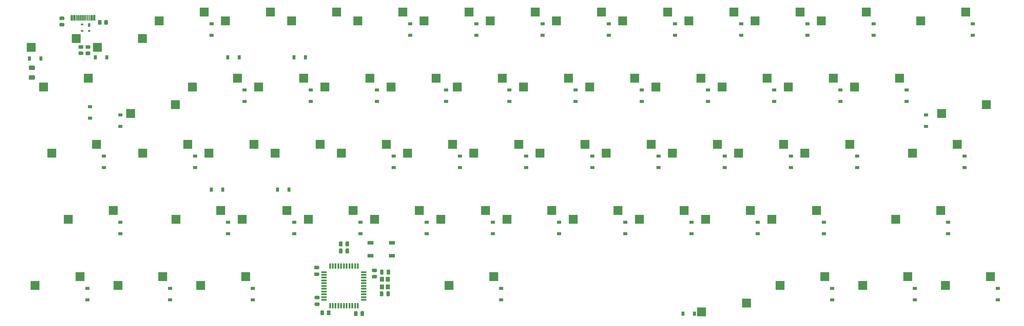
<source format=gbr>
%TF.GenerationSoftware,KiCad,Pcbnew,(5.1.10)-1*%
%TF.CreationDate,2021-08-14T15:29:17+09:00*%
%TF.ProjectId,pcb,7063622e-6b69-4636-9164-5f7063625858,rev?*%
%TF.SameCoordinates,Original*%
%TF.FileFunction,Paste,Bot*%
%TF.FilePolarity,Positive*%
%FSLAX46Y46*%
G04 Gerber Fmt 4.6, Leading zero omitted, Abs format (unit mm)*
G04 Created by KiCad (PCBNEW (5.1.10)-1) date 2021-08-14 15:29:17*
%MOMM*%
%LPD*%
G01*
G04 APERTURE LIST*
%ADD10R,1.200000X1.400000*%
%ADD11R,1.500000X0.550000*%
%ADD12R,0.550000X1.500000*%
%ADD13R,0.700000X1.000000*%
%ADD14R,0.700000X0.600000*%
%ADD15R,1.800000X1.100000*%
%ADD16R,2.550000X2.500000*%
%ADD17R,1.200000X0.900000*%
%ADD18R,0.900000X1.200000*%
G04 APERTURE END LIST*
D10*
%TO.C,Y1*%
X130104250Y-107399000D03*
X130104250Y-105199000D03*
X128404250Y-105199000D03*
X128404250Y-107399000D03*
%TD*%
%TO.C,USB1*%
G36*
G01*
X45293000Y-30645000D02*
X45293000Y-29195000D01*
G75*
G02*
X45343000Y-29145000I50000J0D01*
G01*
X45943000Y-29145000D01*
G75*
G02*
X45993000Y-29195000I0J-50000D01*
G01*
X45993000Y-30645000D01*
G75*
G02*
X45943000Y-30695000I-50000J0D01*
G01*
X45343000Y-30695000D01*
G75*
G02*
X45293000Y-30645000I0J50000D01*
G01*
G37*
G36*
G01*
X38843000Y-30645000D02*
X38843000Y-29195000D01*
G75*
G02*
X38893000Y-29145000I50000J0D01*
G01*
X39493000Y-29145000D01*
G75*
G02*
X39543000Y-29195000I0J-50000D01*
G01*
X39543000Y-30645000D01*
G75*
G02*
X39493000Y-30695000I-50000J0D01*
G01*
X38893000Y-30695000D01*
G75*
G02*
X38843000Y-30645000I0J50000D01*
G01*
G37*
G36*
G01*
X44518000Y-30645000D02*
X44518000Y-29195000D01*
G75*
G02*
X44568000Y-29145000I50000J0D01*
G01*
X45168000Y-29145000D01*
G75*
G02*
X45218000Y-29195000I0J-50000D01*
G01*
X45218000Y-30645000D01*
G75*
G02*
X45168000Y-30695000I-50000J0D01*
G01*
X44568000Y-30695000D01*
G75*
G02*
X44518000Y-30645000I0J50000D01*
G01*
G37*
G36*
G01*
X39618000Y-30645000D02*
X39618000Y-29195000D01*
G75*
G02*
X39668000Y-29145000I50000J0D01*
G01*
X40268000Y-29145000D01*
G75*
G02*
X40318000Y-29195000I0J-50000D01*
G01*
X40318000Y-30645000D01*
G75*
G02*
X40268000Y-30695000I-50000J0D01*
G01*
X39668000Y-30695000D01*
G75*
G02*
X39618000Y-30645000I0J50000D01*
G01*
G37*
G36*
G01*
X40468000Y-30645000D02*
X40468000Y-29195000D01*
G75*
G02*
X40518000Y-29145000I50000J0D01*
G01*
X40818000Y-29145000D01*
G75*
G02*
X40868000Y-29195000I0J-50000D01*
G01*
X40868000Y-30645000D01*
G75*
G02*
X40818000Y-30695000I-50000J0D01*
G01*
X40518000Y-30695000D01*
G75*
G02*
X40468000Y-30645000I0J50000D01*
G01*
G37*
G36*
G01*
X43968000Y-30645000D02*
X43968000Y-29195000D01*
G75*
G02*
X44018000Y-29145000I50000J0D01*
G01*
X44318000Y-29145000D01*
G75*
G02*
X44368000Y-29195000I0J-50000D01*
G01*
X44368000Y-30645000D01*
G75*
G02*
X44318000Y-30695000I-50000J0D01*
G01*
X44018000Y-30695000D01*
G75*
G02*
X43968000Y-30645000I0J50000D01*
G01*
G37*
G36*
G01*
X40968000Y-30645000D02*
X40968000Y-29195000D01*
G75*
G02*
X41018000Y-29145000I50000J0D01*
G01*
X41318000Y-29145000D01*
G75*
G02*
X41368000Y-29195000I0J-50000D01*
G01*
X41368000Y-30645000D01*
G75*
G02*
X41318000Y-30695000I-50000J0D01*
G01*
X41018000Y-30695000D01*
G75*
G02*
X40968000Y-30645000I0J50000D01*
G01*
G37*
G36*
G01*
X43468000Y-30645000D02*
X43468000Y-29195000D01*
G75*
G02*
X43518000Y-29145000I50000J0D01*
G01*
X43818000Y-29145000D01*
G75*
G02*
X43868000Y-29195000I0J-50000D01*
G01*
X43868000Y-30645000D01*
G75*
G02*
X43818000Y-30695000I-50000J0D01*
G01*
X43518000Y-30695000D01*
G75*
G02*
X43468000Y-30645000I0J50000D01*
G01*
G37*
G36*
G01*
X41468000Y-30645000D02*
X41468000Y-29195000D01*
G75*
G02*
X41518000Y-29145000I50000J0D01*
G01*
X41818000Y-29145000D01*
G75*
G02*
X41868000Y-29195000I0J-50000D01*
G01*
X41868000Y-30645000D01*
G75*
G02*
X41818000Y-30695000I-50000J0D01*
G01*
X41518000Y-30695000D01*
G75*
G02*
X41468000Y-30645000I0J50000D01*
G01*
G37*
G36*
G01*
X42968000Y-30645000D02*
X42968000Y-29195000D01*
G75*
G02*
X43018000Y-29145000I50000J0D01*
G01*
X43318000Y-29145000D01*
G75*
G02*
X43368000Y-29195000I0J-50000D01*
G01*
X43368000Y-30645000D01*
G75*
G02*
X43318000Y-30695000I-50000J0D01*
G01*
X43018000Y-30695000D01*
G75*
G02*
X42968000Y-30645000I0J50000D01*
G01*
G37*
G36*
G01*
X42468000Y-30645000D02*
X42468000Y-29195000D01*
G75*
G02*
X42518000Y-29145000I50000J0D01*
G01*
X42818000Y-29145000D01*
G75*
G02*
X42868000Y-29195000I0J-50000D01*
G01*
X42868000Y-30645000D01*
G75*
G02*
X42818000Y-30695000I-50000J0D01*
G01*
X42518000Y-30695000D01*
G75*
G02*
X42468000Y-30645000I0J50000D01*
G01*
G37*
G36*
G01*
X41968000Y-30645000D02*
X41968000Y-29195000D01*
G75*
G02*
X42018000Y-29145000I50000J0D01*
G01*
X42318000Y-29145000D01*
G75*
G02*
X42368000Y-29195000I0J-50000D01*
G01*
X42368000Y-30645000D01*
G75*
G02*
X42318000Y-30695000I-50000J0D01*
G01*
X42018000Y-30695000D01*
G75*
G02*
X41968000Y-30645000I0J50000D01*
G01*
G37*
%TD*%
D11*
%TO.C,U2*%
X111775000Y-103156250D03*
X111775000Y-103956250D03*
X111775000Y-104756250D03*
X111775000Y-105556250D03*
X111775000Y-106356250D03*
X111775000Y-107156250D03*
X111775000Y-107956250D03*
X111775000Y-108756250D03*
X111775000Y-109556250D03*
X111775000Y-110356250D03*
X111775000Y-111156250D03*
D12*
X113475000Y-112856250D03*
X114275000Y-112856250D03*
X115075000Y-112856250D03*
X115875000Y-112856250D03*
X116675000Y-112856250D03*
X117475000Y-112856250D03*
X118275000Y-112856250D03*
X119075000Y-112856250D03*
X119875000Y-112856250D03*
X120675000Y-112856250D03*
X121475000Y-112856250D03*
D11*
X123175000Y-111156250D03*
X123175000Y-110356250D03*
X123175000Y-109556250D03*
X123175000Y-108756250D03*
X123175000Y-107956250D03*
X123175000Y-107156250D03*
X123175000Y-106356250D03*
X123175000Y-105556250D03*
X123175000Y-104756250D03*
X123175000Y-103956250D03*
X123175000Y-103156250D03*
D12*
X121475000Y-101456250D03*
X120675000Y-101456250D03*
X119875000Y-101456250D03*
X119075000Y-101456250D03*
X118275000Y-101456250D03*
X117475000Y-101456250D03*
X116675000Y-101456250D03*
X115875000Y-101456250D03*
X115075000Y-101456250D03*
X114275000Y-101456250D03*
X113475000Y-101456250D03*
%TD*%
D13*
%TO.C,U1*%
X44164000Y-32013500D03*
D14*
X42164000Y-31813500D03*
X44164000Y-33713500D03*
X42164000Y-33713500D03*
%TD*%
D15*
%TO.C,SW1*%
X125074750Y-94733500D03*
X131274750Y-98433500D03*
X125074750Y-98433500D03*
X131274750Y-94733500D03*
%TD*%
%TO.C,R6*%
G36*
G01*
X112572750Y-115321502D02*
X112572750Y-114421498D01*
G75*
G02*
X112822748Y-114171500I249998J0D01*
G01*
X113347752Y-114171500D01*
G75*
G02*
X113597750Y-114421498I0J-249998D01*
G01*
X113597750Y-115321502D01*
G75*
G02*
X113347752Y-115571500I-249998J0D01*
G01*
X112822748Y-115571500D01*
G75*
G02*
X112572750Y-115321502I0J249998D01*
G01*
G37*
G36*
G01*
X110747750Y-115321502D02*
X110747750Y-114421498D01*
G75*
G02*
X110997748Y-114171500I249998J0D01*
G01*
X111522752Y-114171500D01*
G75*
G02*
X111772750Y-114421498I0J-249998D01*
G01*
X111772750Y-115321502D01*
G75*
G02*
X111522752Y-115571500I-249998J0D01*
G01*
X110997748Y-115571500D01*
G75*
G02*
X110747750Y-115321502I0J249998D01*
G01*
G37*
%TD*%
%TO.C,R5*%
G36*
G01*
X126719752Y-103168500D02*
X125819748Y-103168500D01*
G75*
G02*
X125569750Y-102918502I0J249998D01*
G01*
X125569750Y-102393498D01*
G75*
G02*
X125819748Y-102143500I249998J0D01*
G01*
X126719752Y-102143500D01*
G75*
G02*
X126969750Y-102393498I0J-249998D01*
G01*
X126969750Y-102918502D01*
G75*
G02*
X126719752Y-103168500I-249998J0D01*
G01*
G37*
G36*
G01*
X126719752Y-104993500D02*
X125819748Y-104993500D01*
G75*
G02*
X125569750Y-104743502I0J249998D01*
G01*
X125569750Y-104218498D01*
G75*
G02*
X125819748Y-103968500I249998J0D01*
G01*
X126719752Y-103968500D01*
G75*
G02*
X126969750Y-104218498I0J-249998D01*
G01*
X126969750Y-104743502D01*
G75*
G02*
X126719752Y-104993500I-249998J0D01*
G01*
G37*
%TD*%
%TO.C,R4*%
G36*
G01*
X44265002Y-38843000D02*
X43364998Y-38843000D01*
G75*
G02*
X43115000Y-38593002I0J249998D01*
G01*
X43115000Y-38067998D01*
G75*
G02*
X43364998Y-37818000I249998J0D01*
G01*
X44265002Y-37818000D01*
G75*
G02*
X44515000Y-38067998I0J-249998D01*
G01*
X44515000Y-38593002D01*
G75*
G02*
X44265002Y-38843000I-249998J0D01*
G01*
G37*
G36*
G01*
X44265002Y-40668000D02*
X43364998Y-40668000D01*
G75*
G02*
X43115000Y-40418002I0J249998D01*
G01*
X43115000Y-39892998D01*
G75*
G02*
X43364998Y-39643000I249998J0D01*
G01*
X44265002Y-39643000D01*
G75*
G02*
X44515000Y-39892998I0J-249998D01*
G01*
X44515000Y-40418002D01*
G75*
G02*
X44265002Y-40668000I-249998J0D01*
G01*
G37*
%TD*%
%TO.C,R3*%
G36*
G01*
X42233002Y-38819500D02*
X41332998Y-38819500D01*
G75*
G02*
X41083000Y-38569502I0J249998D01*
G01*
X41083000Y-38044498D01*
G75*
G02*
X41332998Y-37794500I249998J0D01*
G01*
X42233002Y-37794500D01*
G75*
G02*
X42483000Y-38044498I0J-249998D01*
G01*
X42483000Y-38569502D01*
G75*
G02*
X42233002Y-38819500I-249998J0D01*
G01*
G37*
G36*
G01*
X42233002Y-40644500D02*
X41332998Y-40644500D01*
G75*
G02*
X41083000Y-40394502I0J249998D01*
G01*
X41083000Y-39869498D01*
G75*
G02*
X41332998Y-39619500I249998J0D01*
G01*
X42233002Y-39619500D01*
G75*
G02*
X42483000Y-39869498I0J-249998D01*
G01*
X42483000Y-40394502D01*
G75*
G02*
X42233002Y-40644500I-249998J0D01*
G01*
G37*
%TD*%
%TO.C,R2*%
G36*
G01*
X47733000Y-30791998D02*
X47733000Y-31692002D01*
G75*
G02*
X47483002Y-31942000I-249998J0D01*
G01*
X46957998Y-31942000D01*
G75*
G02*
X46708000Y-31692002I0J249998D01*
G01*
X46708000Y-30791998D01*
G75*
G02*
X46957998Y-30542000I249998J0D01*
G01*
X47483002Y-30542000D01*
G75*
G02*
X47733000Y-30791998I0J-249998D01*
G01*
G37*
G36*
G01*
X49558000Y-30791998D02*
X49558000Y-31692002D01*
G75*
G02*
X49308002Y-31942000I-249998J0D01*
G01*
X48782998Y-31942000D01*
G75*
G02*
X48533000Y-31692002I0J249998D01*
G01*
X48533000Y-30791998D01*
G75*
G02*
X48782998Y-30542000I249998J0D01*
G01*
X49308002Y-30542000D01*
G75*
G02*
X49558000Y-30791998I0J-249998D01*
G01*
G37*
%TD*%
%TO.C,R1*%
G36*
G01*
X35871998Y-31388000D02*
X36772002Y-31388000D01*
G75*
G02*
X37022000Y-31637998I0J-249998D01*
G01*
X37022000Y-32163002D01*
G75*
G02*
X36772002Y-32413000I-249998J0D01*
G01*
X35871998Y-32413000D01*
G75*
G02*
X35622000Y-32163002I0J249998D01*
G01*
X35622000Y-31637998D01*
G75*
G02*
X35871998Y-31388000I249998J0D01*
G01*
G37*
G36*
G01*
X35871998Y-29563000D02*
X36772002Y-29563000D01*
G75*
G02*
X37022000Y-29812998I0J-249998D01*
G01*
X37022000Y-30338002D01*
G75*
G02*
X36772002Y-30588000I-249998J0D01*
G01*
X35871998Y-30588000D01*
G75*
G02*
X35622000Y-30338002I0J249998D01*
G01*
X35622000Y-29812998D01*
G75*
G02*
X35871998Y-29563000I249998J0D01*
G01*
G37*
%TD*%
D16*
%TO.C,MX61*%
X303498250Y-104457500D03*
X290571250Y-106997500D03*
%TD*%
%TO.C,MX60*%
X289210750Y-85407500D03*
X276283750Y-87947500D03*
%TD*%
%TO.C,MX59*%
X293973250Y-66357500D03*
X281046250Y-68897500D03*
%TD*%
%TO.C,MX58*%
X289433000Y-57467500D03*
X302360000Y-54927500D03*
%TD*%
%TO.C,MX57*%
X296354500Y-28257500D03*
X283427500Y-30797500D03*
%TD*%
%TO.C,MX56*%
X279685750Y-104457500D03*
X266758750Y-106997500D03*
%TD*%
%TO.C,MX55*%
X277304500Y-47307500D03*
X264377500Y-49847500D03*
%TD*%
%TO.C,MX54*%
X267779500Y-28257500D03*
X254852500Y-30797500D03*
%TD*%
%TO.C,MX53*%
X255873250Y-104457500D03*
X242946250Y-106997500D03*
%TD*%
%TO.C,MX52*%
X253492000Y-85407500D03*
X240565000Y-87947500D03*
%TD*%
%TO.C,MX51*%
X263017000Y-66357500D03*
X250090000Y-68897500D03*
%TD*%
%TO.C,MX50*%
X258254500Y-47307500D03*
X245327500Y-49847500D03*
%TD*%
%TO.C,MX49*%
X248729500Y-28257500D03*
X235802500Y-30797500D03*
%TD*%
%TO.C,MX48*%
X220376750Y-114617500D03*
X233303750Y-112077500D03*
%TD*%
%TO.C,MX47*%
X234442000Y-85407500D03*
X221515000Y-87947500D03*
%TD*%
%TO.C,MX46*%
X243967000Y-66357500D03*
X231040000Y-68897500D03*
%TD*%
%TO.C,MX45*%
X239204500Y-47307500D03*
X226277500Y-49847500D03*
%TD*%
%TO.C,MX44*%
X229679500Y-28257500D03*
X216752500Y-30797500D03*
%TD*%
%TO.C,MX43*%
X215392000Y-85407500D03*
X202465000Y-87947500D03*
%TD*%
%TO.C,MX42*%
X224917000Y-66357500D03*
X211990000Y-68897500D03*
%TD*%
%TO.C,MX41*%
X220154500Y-47307500D03*
X207227500Y-49847500D03*
%TD*%
%TO.C,MX40*%
X210629500Y-28257500D03*
X197702500Y-30797500D03*
%TD*%
%TO.C,MX39*%
X196342000Y-85407500D03*
X183415000Y-87947500D03*
%TD*%
%TO.C,MX38*%
X205867000Y-66357500D03*
X192940000Y-68897500D03*
%TD*%
%TO.C,MX37*%
X201104500Y-47307500D03*
X188177500Y-49847500D03*
%TD*%
%TO.C,MX36*%
X191579500Y-28257500D03*
X178652500Y-30797500D03*
%TD*%
%TO.C,MX35*%
X177292000Y-85407500D03*
X164365000Y-87947500D03*
%TD*%
%TO.C,MX34*%
X186817000Y-66357500D03*
X173890000Y-68897500D03*
%TD*%
%TO.C,MX33*%
X182054500Y-47307500D03*
X169127500Y-49847500D03*
%TD*%
%TO.C,MX32*%
X172529500Y-28257500D03*
X159602500Y-30797500D03*
%TD*%
%TO.C,MX31*%
X160623250Y-104457500D03*
X147696250Y-106997500D03*
%TD*%
%TO.C,MX30*%
X158242000Y-85407500D03*
X145315000Y-87947500D03*
%TD*%
%TO.C,MX29*%
X167767000Y-66357500D03*
X154840000Y-68897500D03*
%TD*%
%TO.C,MX28*%
X163004500Y-47307500D03*
X150077500Y-49847500D03*
%TD*%
%TO.C,MX27*%
X153479500Y-28257500D03*
X140552500Y-30797500D03*
%TD*%
%TO.C,MX26*%
X139192000Y-85407500D03*
X126265000Y-87947500D03*
%TD*%
%TO.C,MX25*%
X148717000Y-66357500D03*
X135790000Y-68897500D03*
%TD*%
%TO.C,MX24*%
X143954500Y-47307500D03*
X131027500Y-49847500D03*
%TD*%
%TO.C,MX23*%
X134429500Y-28257500D03*
X121502500Y-30797500D03*
%TD*%
%TO.C,MX22*%
X120142000Y-85407500D03*
X107215000Y-87947500D03*
%TD*%
%TO.C,MX21*%
X129667000Y-66357500D03*
X116740000Y-68897500D03*
%TD*%
%TO.C,MX20*%
X124904500Y-47307500D03*
X111977500Y-49847500D03*
%TD*%
%TO.C,MX19*%
X115379500Y-28257500D03*
X102452500Y-30797500D03*
%TD*%
%TO.C,MX18*%
X101092000Y-85407500D03*
X88165000Y-87947500D03*
%TD*%
%TO.C,MX17*%
X110617000Y-66357500D03*
X97690000Y-68897500D03*
%TD*%
%TO.C,MX16*%
X105854500Y-47307500D03*
X92927500Y-49847500D03*
%TD*%
%TO.C,MX15*%
X96329500Y-28257500D03*
X83402500Y-30797500D03*
%TD*%
%TO.C,MX14*%
X89185750Y-104457500D03*
X76258750Y-106997500D03*
%TD*%
%TO.C,MX13*%
X82042000Y-85407500D03*
X69115000Y-87947500D03*
%TD*%
%TO.C,MX12*%
X91567000Y-66357500D03*
X78640000Y-68897500D03*
%TD*%
%TO.C,MX11*%
X86804500Y-47307500D03*
X73877500Y-49847500D03*
%TD*%
%TO.C,MX10*%
X77279500Y-28257500D03*
X64352500Y-30797500D03*
%TD*%
%TO.C,MX9*%
X65373250Y-104457500D03*
X52446250Y-106997500D03*
%TD*%
%TO.C,MX8*%
X72517000Y-66357500D03*
X59590000Y-68897500D03*
%TD*%
%TO.C,MX7*%
X56070500Y-57467500D03*
X68997500Y-54927500D03*
%TD*%
%TO.C,MX6*%
X46545500Y-38417500D03*
X59472500Y-35877500D03*
%TD*%
%TO.C,MX5*%
X41560750Y-104457500D03*
X28633750Y-106997500D03*
%TD*%
%TO.C,MX4*%
X51085750Y-85407500D03*
X38158750Y-87947500D03*
%TD*%
%TO.C,MX3*%
X46323250Y-66357500D03*
X33396250Y-68897500D03*
%TD*%
%TO.C,MX2*%
X43942000Y-47307500D03*
X31015000Y-49847500D03*
%TD*%
%TO.C,MX1*%
X27495500Y-38417500D03*
X40422500Y-35877500D03*
%TD*%
%TO.C,F1*%
G36*
G01*
X28311000Y-44945000D02*
X27061000Y-44945000D01*
G75*
G02*
X26811000Y-44695000I0J250000D01*
G01*
X26811000Y-43945000D01*
G75*
G02*
X27061000Y-43695000I250000J0D01*
G01*
X28311000Y-43695000D01*
G75*
G02*
X28561000Y-43945000I0J-250000D01*
G01*
X28561000Y-44695000D01*
G75*
G02*
X28311000Y-44945000I-250000J0D01*
G01*
G37*
G36*
G01*
X28311000Y-47745000D02*
X27061000Y-47745000D01*
G75*
G02*
X26811000Y-47495000I0J250000D01*
G01*
X26811000Y-46745000D01*
G75*
G02*
X27061000Y-46495000I250000J0D01*
G01*
X28311000Y-46495000D01*
G75*
G02*
X28561000Y-46745000I0J-250000D01*
G01*
X28561000Y-47495000D01*
G75*
G02*
X28311000Y-47745000I-250000J0D01*
G01*
G37*
%TD*%
D17*
%TO.C,D61*%
X305593750Y-107887500D03*
X305593750Y-111187500D03*
%TD*%
%TO.C,D60*%
X291306250Y-88837500D03*
X291306250Y-92137500D03*
%TD*%
%TO.C,D59*%
X296068750Y-69787500D03*
X296068750Y-73087500D03*
%TD*%
%TO.C,D58*%
X284956250Y-57881250D03*
X284956250Y-61181250D03*
%TD*%
%TO.C,D57*%
X298450000Y-31687500D03*
X298450000Y-34987500D03*
%TD*%
%TO.C,D56*%
X281781250Y-107887500D03*
X281781250Y-111187500D03*
%TD*%
%TO.C,D55*%
X279400000Y-50737500D03*
X279400000Y-54037500D03*
%TD*%
%TO.C,D54*%
X269875000Y-31687500D03*
X269875000Y-34987500D03*
%TD*%
%TO.C,D53*%
X257968750Y-107887500D03*
X257968750Y-111187500D03*
%TD*%
%TO.C,D52*%
X255587500Y-88837500D03*
X255587500Y-92137500D03*
%TD*%
%TO.C,D51*%
X265112500Y-69787500D03*
X265112500Y-73087500D03*
%TD*%
%TO.C,D50*%
X260350000Y-50737500D03*
X260350000Y-54037500D03*
%TD*%
%TO.C,D49*%
X250825000Y-31687500D03*
X250825000Y-34987500D03*
%TD*%
D18*
%TO.C,D48*%
X218343750Y-115093750D03*
X215043750Y-115093750D03*
%TD*%
D17*
%TO.C,D47*%
X236537500Y-88837500D03*
X236537500Y-92137500D03*
%TD*%
%TO.C,D46*%
X246062500Y-69787500D03*
X246062500Y-73087500D03*
%TD*%
%TO.C,D45*%
X241300000Y-50737500D03*
X241300000Y-54037500D03*
%TD*%
%TO.C,D44*%
X231775000Y-31687500D03*
X231775000Y-34987500D03*
%TD*%
%TO.C,D43*%
X217487500Y-88837500D03*
X217487500Y-92137500D03*
%TD*%
%TO.C,D42*%
X227012500Y-69787500D03*
X227012500Y-73087500D03*
%TD*%
%TO.C,D41*%
X222250000Y-50737500D03*
X222250000Y-54037500D03*
%TD*%
%TO.C,D40*%
X212725000Y-31687500D03*
X212725000Y-34987500D03*
%TD*%
%TO.C,D39*%
X198437500Y-88837500D03*
X198437500Y-92137500D03*
%TD*%
%TO.C,D38*%
X207962500Y-69787500D03*
X207962500Y-73087500D03*
%TD*%
%TO.C,D37*%
X203200000Y-50737500D03*
X203200000Y-54037500D03*
%TD*%
%TO.C,D36*%
X193675000Y-31687500D03*
X193675000Y-34987500D03*
%TD*%
%TO.C,D35*%
X179387500Y-88837500D03*
X179387500Y-92137500D03*
%TD*%
%TO.C,D34*%
X188912500Y-69787500D03*
X188912500Y-73087500D03*
%TD*%
%TO.C,D33*%
X184150000Y-50737500D03*
X184150000Y-54037500D03*
%TD*%
%TO.C,D32*%
X174625000Y-31687500D03*
X174625000Y-34987500D03*
%TD*%
%TO.C,D31*%
X162718750Y-107887500D03*
X162718750Y-111187500D03*
%TD*%
%TO.C,D30*%
X160337500Y-88837500D03*
X160337500Y-92137500D03*
%TD*%
%TO.C,D29*%
X169862500Y-69787500D03*
X169862500Y-73087500D03*
%TD*%
%TO.C,D28*%
X165100000Y-50737500D03*
X165100000Y-54037500D03*
%TD*%
%TO.C,D27*%
X155575000Y-31687500D03*
X155575000Y-34987500D03*
%TD*%
%TO.C,D26*%
X141287500Y-88837500D03*
X141287500Y-92137500D03*
%TD*%
%TO.C,D25*%
X150812500Y-69787500D03*
X150812500Y-73087500D03*
%TD*%
%TO.C,D24*%
X146843750Y-50737500D03*
X146843750Y-54037500D03*
%TD*%
%TO.C,D23*%
X136525000Y-31687500D03*
X136525000Y-34987500D03*
%TD*%
%TO.C,D22*%
X122237500Y-88837500D03*
X122237500Y-92137500D03*
%TD*%
%TO.C,D21*%
X131762500Y-69787500D03*
X131762500Y-73087500D03*
%TD*%
%TO.C,D20*%
X127000000Y-50737500D03*
X127000000Y-54037500D03*
%TD*%
D18*
%TO.C,D19*%
X103125000Y-41275000D03*
X106425000Y-41275000D03*
%TD*%
D17*
%TO.C,D18*%
X103187500Y-88837500D03*
X103187500Y-92137500D03*
%TD*%
D18*
%TO.C,D17*%
X98362500Y-79375000D03*
X101662500Y-79375000D03*
%TD*%
D17*
%TO.C,D16*%
X107950000Y-50737500D03*
X107950000Y-54037500D03*
%TD*%
D18*
%TO.C,D15*%
X84075000Y-41275000D03*
X87375000Y-41275000D03*
%TD*%
D17*
%TO.C,D14*%
X91281250Y-107887500D03*
X91281250Y-111187500D03*
%TD*%
%TO.C,D13*%
X84137500Y-88837500D03*
X84137500Y-92137500D03*
%TD*%
D18*
%TO.C,D12*%
X79312500Y-79375000D03*
X82612500Y-79375000D03*
%TD*%
D17*
%TO.C,D11*%
X88900000Y-50737500D03*
X88900000Y-54037500D03*
%TD*%
%TO.C,D10*%
X79375000Y-31687500D03*
X79375000Y-34987500D03*
%TD*%
%TO.C,D9*%
X67468750Y-107887500D03*
X67468750Y-111187500D03*
%TD*%
%TO.C,D8*%
X74612500Y-69787500D03*
X74612500Y-73087500D03*
%TD*%
%TO.C,D7*%
X53181250Y-57881250D03*
X53181250Y-61181250D03*
%TD*%
D18*
%TO.C,D6*%
X45975000Y-41275000D03*
X49275000Y-41275000D03*
%TD*%
D17*
%TO.C,D5*%
X43656250Y-107887500D03*
X43656250Y-111187500D03*
%TD*%
%TO.C,D4*%
X53181250Y-88837500D03*
X53181250Y-92137500D03*
%TD*%
%TO.C,D3*%
X48418750Y-69787500D03*
X48418750Y-73087500D03*
%TD*%
%TO.C,D2*%
X44450000Y-55500000D03*
X44450000Y-58800000D03*
%TD*%
D18*
%TO.C,D1*%
X26987500Y-41656000D03*
X30287500Y-41656000D03*
%TD*%
%TO.C,C7*%
G36*
G01*
X117056750Y-94584500D02*
X117056750Y-95534500D01*
G75*
G02*
X116806750Y-95784500I-250000J0D01*
G01*
X116306750Y-95784500D01*
G75*
G02*
X116056750Y-95534500I0J250000D01*
G01*
X116056750Y-94584500D01*
G75*
G02*
X116306750Y-94334500I250000J0D01*
G01*
X116806750Y-94334500D01*
G75*
G02*
X117056750Y-94584500I0J-250000D01*
G01*
G37*
G36*
G01*
X118956750Y-94584500D02*
X118956750Y-95534500D01*
G75*
G02*
X118706750Y-95784500I-250000J0D01*
G01*
X118206750Y-95784500D01*
G75*
G02*
X117956750Y-95534500I0J250000D01*
G01*
X117956750Y-94584500D01*
G75*
G02*
X118206750Y-94334500I250000J0D01*
G01*
X118706750Y-94334500D01*
G75*
G02*
X118956750Y-94584500I0J-250000D01*
G01*
G37*
%TD*%
%TO.C,C6*%
G36*
G01*
X122274750Y-115600500D02*
X122274750Y-114650500D01*
G75*
G02*
X122524750Y-114400500I250000J0D01*
G01*
X123024750Y-114400500D01*
G75*
G02*
X123274750Y-114650500I0J-250000D01*
G01*
X123274750Y-115600500D01*
G75*
G02*
X123024750Y-115850500I-250000J0D01*
G01*
X122524750Y-115850500D01*
G75*
G02*
X122274750Y-115600500I0J250000D01*
G01*
G37*
G36*
G01*
X120374750Y-115600500D02*
X120374750Y-114650500D01*
G75*
G02*
X120624750Y-114400500I250000J0D01*
G01*
X121124750Y-114400500D01*
G75*
G02*
X121374750Y-114650500I0J-250000D01*
G01*
X121374750Y-115600500D01*
G75*
G02*
X121124750Y-115850500I-250000J0D01*
G01*
X120624750Y-115850500D01*
G75*
G02*
X120374750Y-115600500I0J250000D01*
G01*
G37*
%TD*%
%TO.C,C5*%
G36*
G01*
X117056750Y-96616500D02*
X117056750Y-97566500D01*
G75*
G02*
X116806750Y-97816500I-250000J0D01*
G01*
X116306750Y-97816500D01*
G75*
G02*
X116056750Y-97566500I0J250000D01*
G01*
X116056750Y-96616500D01*
G75*
G02*
X116306750Y-96366500I250000J0D01*
G01*
X116806750Y-96366500D01*
G75*
G02*
X117056750Y-96616500I0J-250000D01*
G01*
G37*
G36*
G01*
X118956750Y-96616500D02*
X118956750Y-97566500D01*
G75*
G02*
X118706750Y-97816500I-250000J0D01*
G01*
X118206750Y-97816500D01*
G75*
G02*
X117956750Y-97566500I0J250000D01*
G01*
X117956750Y-96616500D01*
G75*
G02*
X118206750Y-96366500I250000J0D01*
G01*
X118706750Y-96366500D01*
G75*
G02*
X118956750Y-96616500I0J-250000D01*
G01*
G37*
%TD*%
%TO.C,C4*%
G36*
G01*
X109157750Y-103256500D02*
X110107750Y-103256500D01*
G75*
G02*
X110357750Y-103506500I0J-250000D01*
G01*
X110357750Y-104006500D01*
G75*
G02*
X110107750Y-104256500I-250000J0D01*
G01*
X109157750Y-104256500D01*
G75*
G02*
X108907750Y-104006500I0J250000D01*
G01*
X108907750Y-103506500D01*
G75*
G02*
X109157750Y-103256500I250000J0D01*
G01*
G37*
G36*
G01*
X109157750Y-101356500D02*
X110107750Y-101356500D01*
G75*
G02*
X110357750Y-101606500I0J-250000D01*
G01*
X110357750Y-102106500D01*
G75*
G02*
X110107750Y-102356500I-250000J0D01*
G01*
X109157750Y-102356500D01*
G75*
G02*
X108907750Y-102106500I0J250000D01*
G01*
X108907750Y-101606500D01*
G75*
G02*
X109157750Y-101356500I250000J0D01*
G01*
G37*
%TD*%
%TO.C,C3*%
G36*
G01*
X110234750Y-110992500D02*
X109284750Y-110992500D01*
G75*
G02*
X109034750Y-110742500I0J250000D01*
G01*
X109034750Y-110242500D01*
G75*
G02*
X109284750Y-109992500I250000J0D01*
G01*
X110234750Y-109992500D01*
G75*
G02*
X110484750Y-110242500I0J-250000D01*
G01*
X110484750Y-110742500D01*
G75*
G02*
X110234750Y-110992500I-250000J0D01*
G01*
G37*
G36*
G01*
X110234750Y-112892500D02*
X109284750Y-112892500D01*
G75*
G02*
X109034750Y-112642500I0J250000D01*
G01*
X109034750Y-112142500D01*
G75*
G02*
X109284750Y-111892500I250000J0D01*
G01*
X110234750Y-111892500D01*
G75*
G02*
X110484750Y-112142500I0J-250000D01*
G01*
X110484750Y-112642500D01*
G75*
G02*
X110234750Y-112892500I-250000J0D01*
G01*
G37*
%TD*%
%TO.C,C2*%
G36*
G01*
X128867750Y-102712500D02*
X128867750Y-103662500D01*
G75*
G02*
X128617750Y-103912500I-250000J0D01*
G01*
X128117750Y-103912500D01*
G75*
G02*
X127867750Y-103662500I0J250000D01*
G01*
X127867750Y-102712500D01*
G75*
G02*
X128117750Y-102462500I250000J0D01*
G01*
X128617750Y-102462500D01*
G75*
G02*
X128867750Y-102712500I0J-250000D01*
G01*
G37*
G36*
G01*
X130767750Y-102712500D02*
X130767750Y-103662500D01*
G75*
G02*
X130517750Y-103912500I-250000J0D01*
G01*
X130017750Y-103912500D01*
G75*
G02*
X129767750Y-103662500I0J250000D01*
G01*
X129767750Y-102712500D01*
G75*
G02*
X130017750Y-102462500I250000J0D01*
G01*
X130517750Y-102462500D01*
G75*
G02*
X130767750Y-102712500I0J-250000D01*
G01*
G37*
%TD*%
%TO.C,C1*%
G36*
G01*
X129704250Y-109885500D02*
X129704250Y-108935500D01*
G75*
G02*
X129954250Y-108685500I250000J0D01*
G01*
X130454250Y-108685500D01*
G75*
G02*
X130704250Y-108935500I0J-250000D01*
G01*
X130704250Y-109885500D01*
G75*
G02*
X130454250Y-110135500I-250000J0D01*
G01*
X129954250Y-110135500D01*
G75*
G02*
X129704250Y-109885500I0J250000D01*
G01*
G37*
G36*
G01*
X127804250Y-109885500D02*
X127804250Y-108935500D01*
G75*
G02*
X128054250Y-108685500I250000J0D01*
G01*
X128554250Y-108685500D01*
G75*
G02*
X128804250Y-108935500I0J-250000D01*
G01*
X128804250Y-109885500D01*
G75*
G02*
X128554250Y-110135500I-250000J0D01*
G01*
X128054250Y-110135500D01*
G75*
G02*
X127804250Y-109885500I0J250000D01*
G01*
G37*
%TD*%
M02*

</source>
